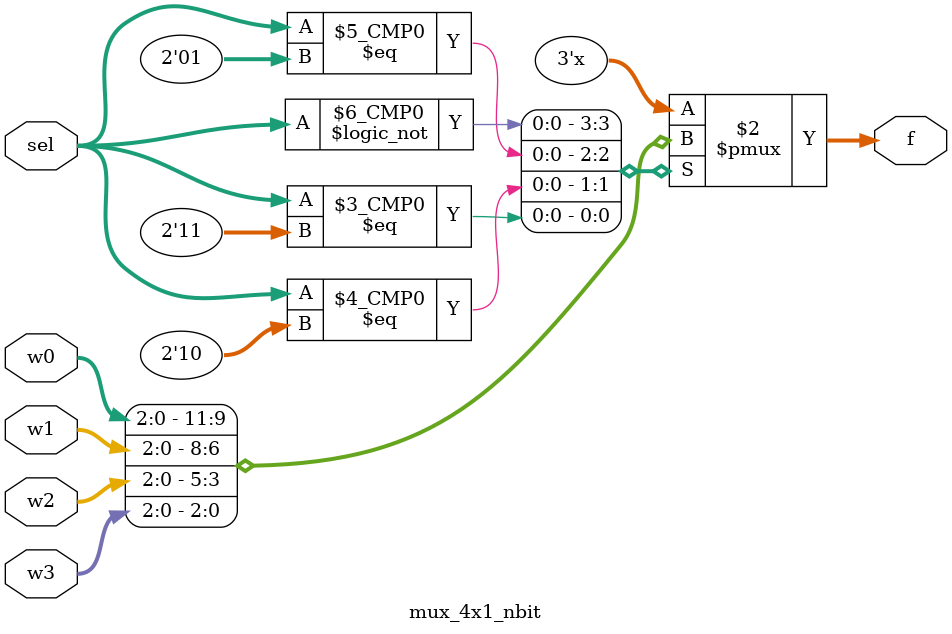
<source format=v>
module mux_4x1_nbit #(parameter n=3) (
	input [n-1 : 0] w0,w1,w2,w3,
	input [1:0] sel,
	output reg [n-1:0] f
);

always @ (*)
begin
case (sel)
2'b00: f = w0;
2'b01: f = w1;
2'b10: f = w2;
2'b11: f = w3;
default: f = 'bx;
endcase
end


endmodule
</source>
